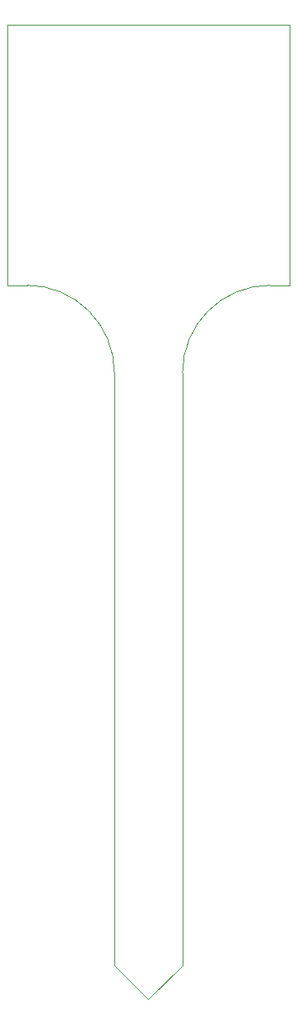
<source format=gko>
%FSLAX25Y25*%
%MOIN*%
G70*
G01*
G75*
G04 Layer_Color=16711935*
%ADD10R,0.02362X0.03937*%
%ADD11R,0.03937X0.02756*%
%ADD12R,0.07480X0.03150*%
%ADD13R,0.03150X0.07480*%
%ADD14R,0.03150X0.09843*%
%ADD15R,0.02362X0.05906*%
%ADD16R,0.06299X0.01575*%
%ADD17R,0.02362X0.05118*%
%ADD18O,0.06496X0.02165*%
%ADD19O,0.02165X0.06496*%
%ADD20R,0.06299X0.07874*%
%ADD21R,0.02756X0.03937*%
%ADD22R,0.01969X0.03937*%
%ADD23C,0.00787*%
%ADD24C,0.05906*%
%ADD25R,0.05906X0.05906*%
%ADD26C,0.04724*%
%ADD27R,0.05906X0.05906*%
%ADD28C,0.07874*%
G04:AMPARAMS|DCode=29|XSize=78.74mil|YSize=78.74mil|CornerRadius=19.69mil|HoleSize=0mil|Usage=FLASHONLY|Rotation=270.000|XOffset=0mil|YOffset=0mil|HoleType=Round|Shape=RoundedRectangle|*
%AMROUNDEDRECTD29*
21,1,0.07874,0.03937,0,0,270.0*
21,1,0.03937,0.07874,0,0,270.0*
1,1,0.03937,-0.01969,-0.01969*
1,1,0.03937,-0.01969,0.01969*
1,1,0.03937,0.01969,0.01969*
1,1,0.03937,0.01969,-0.01969*
%
%ADD29ROUNDEDRECTD29*%
%ADD30C,0.02756*%
%ADD31R,0.04724X0.04724*%
%ADD32C,0.07874*%
%ADD33C,0.05906*%
%ADD34C,0.01000*%
%ADD35C,0.00984*%
%ADD36C,0.02362*%
%ADD37C,0.00394*%
%ADD38R,0.03162X0.04737*%
%ADD39R,0.04737X0.03556*%
%ADD40R,0.08280X0.03950*%
%ADD41R,0.03950X0.08280*%
%ADD42R,0.03950X0.10642*%
%ADD43R,0.03162X0.06706*%
%ADD44R,0.07099X0.02375*%
%ADD45R,0.03162X0.05918*%
%ADD46O,0.07296X0.02965*%
%ADD47O,0.02965X0.07296*%
%ADD48R,0.07099X0.08674*%
%ADD49R,0.03556X0.04737*%
%ADD50R,0.02769X0.04737*%
%ADD51C,0.06706*%
%ADD52R,0.06706X0.06706*%
%ADD53C,0.05524*%
%ADD54R,0.06706X0.06706*%
%ADD55C,0.08674*%
G04:AMPARAMS|DCode=56|XSize=86.74mil|YSize=86.74mil|CornerRadius=23.69mil|HoleSize=0mil|Usage=FLASHONLY|Rotation=270.000|XOffset=0mil|YOffset=0mil|HoleType=Round|Shape=RoundedRectangle|*
%AMROUNDEDRECTD56*
21,1,0.08674,0.03937,0,0,270.0*
21,1,0.03937,0.08674,0,0,270.0*
1,1,0.04737,-0.01969,-0.01969*
1,1,0.04737,-0.01969,0.01969*
1,1,0.04737,0.01969,0.01969*
1,1,0.04737,0.01969,-0.01969*
%
%ADD56ROUNDEDRECTD56*%
%ADD57C,0.00800*%
%ADD58C,0.03556*%
%ADD59R,0.05524X0.05524*%
D37*
X106299Y-105315D02*
G03*
X70866Y-140748I0J-35433D01*
G01*
X43307Y-140748D02*
G03*
X7874Y-105315I-35433J0D01*
G01*
X57087Y-393701D02*
X70866Y-379921D01*
X43307D02*
X57087Y-393701D01*
X70866Y-379921D02*
Y-140748D01*
X43307Y-379921D02*
Y-140748D01*
X0Y0D02*
X114173D01*
Y-105315D02*
Y0D01*
X0Y-105315D02*
Y0D01*
Y-105315D02*
X7874D01*
X106299D02*
X114173D01*
M02*

</source>
